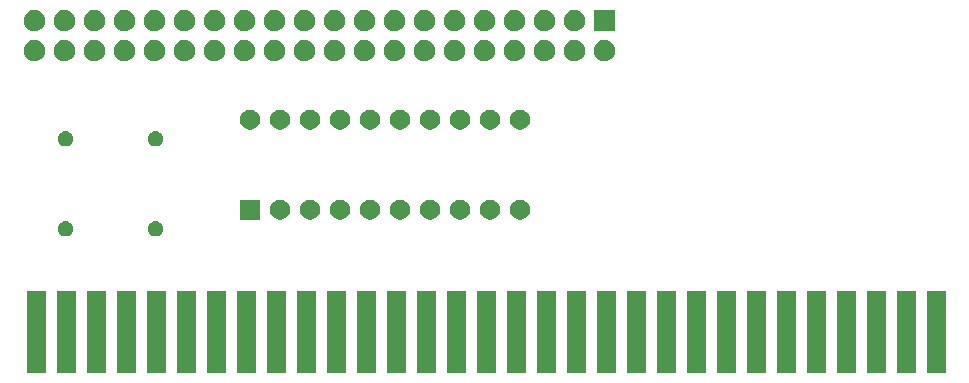
<source format=gbr>
G04 #@! TF.GenerationSoftware,KiCad,Pcbnew,(5.1.5)-3*
G04 #@! TF.CreationDate,2021-09-16T15:53:37+03:00*
G04 #@! TF.ProjectId,ISARPiv2,49534152-5069-4763-922e-6b696361645f,rev?*
G04 #@! TF.SameCoordinates,Original*
G04 #@! TF.FileFunction,Soldermask,Bot*
G04 #@! TF.FilePolarity,Negative*
%FSLAX46Y46*%
G04 Gerber Fmt 4.6, Leading zero omitted, Abs format (unit mm)*
G04 Created by KiCad (PCBNEW (5.1.5)-3) date 2021-09-16 15:53:37*
%MOMM*%
%LPD*%
G04 APERTURE LIST*
%ADD10C,0.100000*%
G04 APERTURE END LIST*
D10*
G36*
X92713000Y-93861000D02*
G01*
X91087000Y-93861000D01*
X91087000Y-86901000D01*
X92713000Y-86901000D01*
X92713000Y-93861000D01*
G37*
G36*
X130813000Y-93861000D02*
G01*
X129187000Y-93861000D01*
X129187000Y-86901000D01*
X130813000Y-86901000D01*
X130813000Y-93861000D01*
G37*
G36*
X168913000Y-93861000D02*
G01*
X167287000Y-93861000D01*
X167287000Y-86901000D01*
X168913000Y-86901000D01*
X168913000Y-93861000D01*
G37*
G36*
X163833000Y-93861000D02*
G01*
X162207000Y-93861000D01*
X162207000Y-86901000D01*
X163833000Y-86901000D01*
X163833000Y-93861000D01*
G37*
G36*
X161293000Y-93861000D02*
G01*
X159667000Y-93861000D01*
X159667000Y-86901000D01*
X161293000Y-86901000D01*
X161293000Y-93861000D01*
G37*
G36*
X158753000Y-93861000D02*
G01*
X157127000Y-93861000D01*
X157127000Y-86901000D01*
X158753000Y-86901000D01*
X158753000Y-93861000D01*
G37*
G36*
X156213000Y-93861000D02*
G01*
X154587000Y-93861000D01*
X154587000Y-86901000D01*
X156213000Y-86901000D01*
X156213000Y-93861000D01*
G37*
G36*
X153673000Y-93861000D02*
G01*
X152047000Y-93861000D01*
X152047000Y-86901000D01*
X153673000Y-86901000D01*
X153673000Y-93861000D01*
G37*
G36*
X151133000Y-93861000D02*
G01*
X149507000Y-93861000D01*
X149507000Y-86901000D01*
X151133000Y-86901000D01*
X151133000Y-93861000D01*
G37*
G36*
X148593000Y-93861000D02*
G01*
X146967000Y-93861000D01*
X146967000Y-86901000D01*
X148593000Y-86901000D01*
X148593000Y-93861000D01*
G37*
G36*
X146053000Y-93861000D02*
G01*
X144427000Y-93861000D01*
X144427000Y-86901000D01*
X146053000Y-86901000D01*
X146053000Y-93861000D01*
G37*
G36*
X143513000Y-93861000D02*
G01*
X141887000Y-93861000D01*
X141887000Y-86901000D01*
X143513000Y-86901000D01*
X143513000Y-93861000D01*
G37*
G36*
X140973000Y-93861000D02*
G01*
X139347000Y-93861000D01*
X139347000Y-86901000D01*
X140973000Y-86901000D01*
X140973000Y-93861000D01*
G37*
G36*
X138433000Y-93861000D02*
G01*
X136807000Y-93861000D01*
X136807000Y-86901000D01*
X138433000Y-86901000D01*
X138433000Y-93861000D01*
G37*
G36*
X135893000Y-93861000D02*
G01*
X134267000Y-93861000D01*
X134267000Y-86901000D01*
X135893000Y-86901000D01*
X135893000Y-93861000D01*
G37*
G36*
X133353000Y-93861000D02*
G01*
X131727000Y-93861000D01*
X131727000Y-86901000D01*
X133353000Y-86901000D01*
X133353000Y-93861000D01*
G37*
G36*
X128273000Y-93861000D02*
G01*
X126647000Y-93861000D01*
X126647000Y-86901000D01*
X128273000Y-86901000D01*
X128273000Y-93861000D01*
G37*
G36*
X166373000Y-93861000D02*
G01*
X164747000Y-93861000D01*
X164747000Y-86901000D01*
X166373000Y-86901000D01*
X166373000Y-93861000D01*
G37*
G36*
X95253000Y-93861000D02*
G01*
X93627000Y-93861000D01*
X93627000Y-86901000D01*
X95253000Y-86901000D01*
X95253000Y-93861000D01*
G37*
G36*
X97793000Y-93861000D02*
G01*
X96167000Y-93861000D01*
X96167000Y-86901000D01*
X97793000Y-86901000D01*
X97793000Y-93861000D01*
G37*
G36*
X100333000Y-93861000D02*
G01*
X98707000Y-93861000D01*
X98707000Y-86901000D01*
X100333000Y-86901000D01*
X100333000Y-93861000D01*
G37*
G36*
X102873000Y-93861000D02*
G01*
X101247000Y-93861000D01*
X101247000Y-86901000D01*
X102873000Y-86901000D01*
X102873000Y-93861000D01*
G37*
G36*
X105413000Y-93861000D02*
G01*
X103787000Y-93861000D01*
X103787000Y-86901000D01*
X105413000Y-86901000D01*
X105413000Y-93861000D01*
G37*
G36*
X107953000Y-93861000D02*
G01*
X106327000Y-93861000D01*
X106327000Y-86901000D01*
X107953000Y-86901000D01*
X107953000Y-93861000D01*
G37*
G36*
X110493000Y-93861000D02*
G01*
X108867000Y-93861000D01*
X108867000Y-86901000D01*
X110493000Y-86901000D01*
X110493000Y-93861000D01*
G37*
G36*
X113033000Y-93861000D02*
G01*
X111407000Y-93861000D01*
X111407000Y-86901000D01*
X113033000Y-86901000D01*
X113033000Y-93861000D01*
G37*
G36*
X115573000Y-93861000D02*
G01*
X113947000Y-93861000D01*
X113947000Y-86901000D01*
X115573000Y-86901000D01*
X115573000Y-93861000D01*
G37*
G36*
X118113000Y-93861000D02*
G01*
X116487000Y-93861000D01*
X116487000Y-86901000D01*
X118113000Y-86901000D01*
X118113000Y-93861000D01*
G37*
G36*
X120653000Y-93861000D02*
G01*
X119027000Y-93861000D01*
X119027000Y-86901000D01*
X120653000Y-86901000D01*
X120653000Y-93861000D01*
G37*
G36*
X123193000Y-93861000D02*
G01*
X121567000Y-93861000D01*
X121567000Y-86901000D01*
X123193000Y-86901000D01*
X123193000Y-93861000D01*
G37*
G36*
X125733000Y-93861000D02*
G01*
X124107000Y-93861000D01*
X124107000Y-86901000D01*
X125733000Y-86901000D01*
X125733000Y-93861000D01*
G37*
G36*
X102191347Y-80989209D02*
G01*
X102310734Y-81038661D01*
X102418173Y-81110449D01*
X102509551Y-81201827D01*
X102581339Y-81309266D01*
X102630791Y-81428653D01*
X102656000Y-81555388D01*
X102656000Y-81684612D01*
X102630791Y-81811347D01*
X102581339Y-81930734D01*
X102509551Y-82038173D01*
X102418173Y-82129551D01*
X102310734Y-82201339D01*
X102191347Y-82250791D01*
X102064612Y-82276000D01*
X101935388Y-82276000D01*
X101808653Y-82250791D01*
X101689266Y-82201339D01*
X101581827Y-82129551D01*
X101490449Y-82038173D01*
X101418661Y-81930734D01*
X101369209Y-81811347D01*
X101344000Y-81684612D01*
X101344000Y-81555388D01*
X101369209Y-81428653D01*
X101418661Y-81309266D01*
X101490449Y-81201827D01*
X101581827Y-81110449D01*
X101689266Y-81038661D01*
X101808653Y-80989209D01*
X101935388Y-80964000D01*
X102064612Y-80964000D01*
X102191347Y-80989209D01*
G37*
G36*
X94571347Y-80989209D02*
G01*
X94690734Y-81038661D01*
X94798173Y-81110449D01*
X94889551Y-81201827D01*
X94961339Y-81309266D01*
X95010791Y-81428653D01*
X95036000Y-81555388D01*
X95036000Y-81684612D01*
X95010791Y-81811347D01*
X94961339Y-81930734D01*
X94889551Y-82038173D01*
X94798173Y-82129551D01*
X94690734Y-82201339D01*
X94571347Y-82250791D01*
X94444612Y-82276000D01*
X94315388Y-82276000D01*
X94188653Y-82250791D01*
X94069266Y-82201339D01*
X93961827Y-82129551D01*
X93870449Y-82038173D01*
X93798661Y-81930734D01*
X93749209Y-81811347D01*
X93724000Y-81684612D01*
X93724000Y-81555388D01*
X93749209Y-81428653D01*
X93798661Y-81309266D01*
X93870449Y-81201827D01*
X93961827Y-81110449D01*
X94069266Y-81038661D01*
X94188653Y-80989209D01*
X94315388Y-80964000D01*
X94444612Y-80964000D01*
X94571347Y-80989209D01*
G37*
G36*
X110851000Y-80851000D02*
G01*
X109149000Y-80851000D01*
X109149000Y-79149000D01*
X110851000Y-79149000D01*
X110851000Y-80851000D01*
G37*
G36*
X133108228Y-79181703D02*
G01*
X133263100Y-79245853D01*
X133402481Y-79338985D01*
X133521015Y-79457519D01*
X133614147Y-79596900D01*
X133678297Y-79751772D01*
X133711000Y-79916184D01*
X133711000Y-80083816D01*
X133678297Y-80248228D01*
X133614147Y-80403100D01*
X133521015Y-80542481D01*
X133402481Y-80661015D01*
X133263100Y-80754147D01*
X133108228Y-80818297D01*
X132943816Y-80851000D01*
X132776184Y-80851000D01*
X132611772Y-80818297D01*
X132456900Y-80754147D01*
X132317519Y-80661015D01*
X132198985Y-80542481D01*
X132105853Y-80403100D01*
X132041703Y-80248228D01*
X132009000Y-80083816D01*
X132009000Y-79916184D01*
X132041703Y-79751772D01*
X132105853Y-79596900D01*
X132198985Y-79457519D01*
X132317519Y-79338985D01*
X132456900Y-79245853D01*
X132611772Y-79181703D01*
X132776184Y-79149000D01*
X132943816Y-79149000D01*
X133108228Y-79181703D01*
G37*
G36*
X130568228Y-79181703D02*
G01*
X130723100Y-79245853D01*
X130862481Y-79338985D01*
X130981015Y-79457519D01*
X131074147Y-79596900D01*
X131138297Y-79751772D01*
X131171000Y-79916184D01*
X131171000Y-80083816D01*
X131138297Y-80248228D01*
X131074147Y-80403100D01*
X130981015Y-80542481D01*
X130862481Y-80661015D01*
X130723100Y-80754147D01*
X130568228Y-80818297D01*
X130403816Y-80851000D01*
X130236184Y-80851000D01*
X130071772Y-80818297D01*
X129916900Y-80754147D01*
X129777519Y-80661015D01*
X129658985Y-80542481D01*
X129565853Y-80403100D01*
X129501703Y-80248228D01*
X129469000Y-80083816D01*
X129469000Y-79916184D01*
X129501703Y-79751772D01*
X129565853Y-79596900D01*
X129658985Y-79457519D01*
X129777519Y-79338985D01*
X129916900Y-79245853D01*
X130071772Y-79181703D01*
X130236184Y-79149000D01*
X130403816Y-79149000D01*
X130568228Y-79181703D01*
G37*
G36*
X128028228Y-79181703D02*
G01*
X128183100Y-79245853D01*
X128322481Y-79338985D01*
X128441015Y-79457519D01*
X128534147Y-79596900D01*
X128598297Y-79751772D01*
X128631000Y-79916184D01*
X128631000Y-80083816D01*
X128598297Y-80248228D01*
X128534147Y-80403100D01*
X128441015Y-80542481D01*
X128322481Y-80661015D01*
X128183100Y-80754147D01*
X128028228Y-80818297D01*
X127863816Y-80851000D01*
X127696184Y-80851000D01*
X127531772Y-80818297D01*
X127376900Y-80754147D01*
X127237519Y-80661015D01*
X127118985Y-80542481D01*
X127025853Y-80403100D01*
X126961703Y-80248228D01*
X126929000Y-80083816D01*
X126929000Y-79916184D01*
X126961703Y-79751772D01*
X127025853Y-79596900D01*
X127118985Y-79457519D01*
X127237519Y-79338985D01*
X127376900Y-79245853D01*
X127531772Y-79181703D01*
X127696184Y-79149000D01*
X127863816Y-79149000D01*
X128028228Y-79181703D01*
G37*
G36*
X125488228Y-79181703D02*
G01*
X125643100Y-79245853D01*
X125782481Y-79338985D01*
X125901015Y-79457519D01*
X125994147Y-79596900D01*
X126058297Y-79751772D01*
X126091000Y-79916184D01*
X126091000Y-80083816D01*
X126058297Y-80248228D01*
X125994147Y-80403100D01*
X125901015Y-80542481D01*
X125782481Y-80661015D01*
X125643100Y-80754147D01*
X125488228Y-80818297D01*
X125323816Y-80851000D01*
X125156184Y-80851000D01*
X124991772Y-80818297D01*
X124836900Y-80754147D01*
X124697519Y-80661015D01*
X124578985Y-80542481D01*
X124485853Y-80403100D01*
X124421703Y-80248228D01*
X124389000Y-80083816D01*
X124389000Y-79916184D01*
X124421703Y-79751772D01*
X124485853Y-79596900D01*
X124578985Y-79457519D01*
X124697519Y-79338985D01*
X124836900Y-79245853D01*
X124991772Y-79181703D01*
X125156184Y-79149000D01*
X125323816Y-79149000D01*
X125488228Y-79181703D01*
G37*
G36*
X122948228Y-79181703D02*
G01*
X123103100Y-79245853D01*
X123242481Y-79338985D01*
X123361015Y-79457519D01*
X123454147Y-79596900D01*
X123518297Y-79751772D01*
X123551000Y-79916184D01*
X123551000Y-80083816D01*
X123518297Y-80248228D01*
X123454147Y-80403100D01*
X123361015Y-80542481D01*
X123242481Y-80661015D01*
X123103100Y-80754147D01*
X122948228Y-80818297D01*
X122783816Y-80851000D01*
X122616184Y-80851000D01*
X122451772Y-80818297D01*
X122296900Y-80754147D01*
X122157519Y-80661015D01*
X122038985Y-80542481D01*
X121945853Y-80403100D01*
X121881703Y-80248228D01*
X121849000Y-80083816D01*
X121849000Y-79916184D01*
X121881703Y-79751772D01*
X121945853Y-79596900D01*
X122038985Y-79457519D01*
X122157519Y-79338985D01*
X122296900Y-79245853D01*
X122451772Y-79181703D01*
X122616184Y-79149000D01*
X122783816Y-79149000D01*
X122948228Y-79181703D01*
G37*
G36*
X120408228Y-79181703D02*
G01*
X120563100Y-79245853D01*
X120702481Y-79338985D01*
X120821015Y-79457519D01*
X120914147Y-79596900D01*
X120978297Y-79751772D01*
X121011000Y-79916184D01*
X121011000Y-80083816D01*
X120978297Y-80248228D01*
X120914147Y-80403100D01*
X120821015Y-80542481D01*
X120702481Y-80661015D01*
X120563100Y-80754147D01*
X120408228Y-80818297D01*
X120243816Y-80851000D01*
X120076184Y-80851000D01*
X119911772Y-80818297D01*
X119756900Y-80754147D01*
X119617519Y-80661015D01*
X119498985Y-80542481D01*
X119405853Y-80403100D01*
X119341703Y-80248228D01*
X119309000Y-80083816D01*
X119309000Y-79916184D01*
X119341703Y-79751772D01*
X119405853Y-79596900D01*
X119498985Y-79457519D01*
X119617519Y-79338985D01*
X119756900Y-79245853D01*
X119911772Y-79181703D01*
X120076184Y-79149000D01*
X120243816Y-79149000D01*
X120408228Y-79181703D01*
G37*
G36*
X117868228Y-79181703D02*
G01*
X118023100Y-79245853D01*
X118162481Y-79338985D01*
X118281015Y-79457519D01*
X118374147Y-79596900D01*
X118438297Y-79751772D01*
X118471000Y-79916184D01*
X118471000Y-80083816D01*
X118438297Y-80248228D01*
X118374147Y-80403100D01*
X118281015Y-80542481D01*
X118162481Y-80661015D01*
X118023100Y-80754147D01*
X117868228Y-80818297D01*
X117703816Y-80851000D01*
X117536184Y-80851000D01*
X117371772Y-80818297D01*
X117216900Y-80754147D01*
X117077519Y-80661015D01*
X116958985Y-80542481D01*
X116865853Y-80403100D01*
X116801703Y-80248228D01*
X116769000Y-80083816D01*
X116769000Y-79916184D01*
X116801703Y-79751772D01*
X116865853Y-79596900D01*
X116958985Y-79457519D01*
X117077519Y-79338985D01*
X117216900Y-79245853D01*
X117371772Y-79181703D01*
X117536184Y-79149000D01*
X117703816Y-79149000D01*
X117868228Y-79181703D01*
G37*
G36*
X115328228Y-79181703D02*
G01*
X115483100Y-79245853D01*
X115622481Y-79338985D01*
X115741015Y-79457519D01*
X115834147Y-79596900D01*
X115898297Y-79751772D01*
X115931000Y-79916184D01*
X115931000Y-80083816D01*
X115898297Y-80248228D01*
X115834147Y-80403100D01*
X115741015Y-80542481D01*
X115622481Y-80661015D01*
X115483100Y-80754147D01*
X115328228Y-80818297D01*
X115163816Y-80851000D01*
X114996184Y-80851000D01*
X114831772Y-80818297D01*
X114676900Y-80754147D01*
X114537519Y-80661015D01*
X114418985Y-80542481D01*
X114325853Y-80403100D01*
X114261703Y-80248228D01*
X114229000Y-80083816D01*
X114229000Y-79916184D01*
X114261703Y-79751772D01*
X114325853Y-79596900D01*
X114418985Y-79457519D01*
X114537519Y-79338985D01*
X114676900Y-79245853D01*
X114831772Y-79181703D01*
X114996184Y-79149000D01*
X115163816Y-79149000D01*
X115328228Y-79181703D01*
G37*
G36*
X112788228Y-79181703D02*
G01*
X112943100Y-79245853D01*
X113082481Y-79338985D01*
X113201015Y-79457519D01*
X113294147Y-79596900D01*
X113358297Y-79751772D01*
X113391000Y-79916184D01*
X113391000Y-80083816D01*
X113358297Y-80248228D01*
X113294147Y-80403100D01*
X113201015Y-80542481D01*
X113082481Y-80661015D01*
X112943100Y-80754147D01*
X112788228Y-80818297D01*
X112623816Y-80851000D01*
X112456184Y-80851000D01*
X112291772Y-80818297D01*
X112136900Y-80754147D01*
X111997519Y-80661015D01*
X111878985Y-80542481D01*
X111785853Y-80403100D01*
X111721703Y-80248228D01*
X111689000Y-80083816D01*
X111689000Y-79916184D01*
X111721703Y-79751772D01*
X111785853Y-79596900D01*
X111878985Y-79457519D01*
X111997519Y-79338985D01*
X112136900Y-79245853D01*
X112291772Y-79181703D01*
X112456184Y-79149000D01*
X112623816Y-79149000D01*
X112788228Y-79181703D01*
G37*
G36*
X94571347Y-73369209D02*
G01*
X94690734Y-73418661D01*
X94798173Y-73490449D01*
X94889551Y-73581827D01*
X94961339Y-73689266D01*
X95010791Y-73808653D01*
X95036000Y-73935388D01*
X95036000Y-74064612D01*
X95010791Y-74191347D01*
X94961339Y-74310734D01*
X94889551Y-74418173D01*
X94798173Y-74509551D01*
X94690734Y-74581339D01*
X94571347Y-74630791D01*
X94444612Y-74656000D01*
X94315388Y-74656000D01*
X94188653Y-74630791D01*
X94069266Y-74581339D01*
X93961827Y-74509551D01*
X93870449Y-74418173D01*
X93798661Y-74310734D01*
X93749209Y-74191347D01*
X93724000Y-74064612D01*
X93724000Y-73935388D01*
X93749209Y-73808653D01*
X93798661Y-73689266D01*
X93870449Y-73581827D01*
X93961827Y-73490449D01*
X94069266Y-73418661D01*
X94188653Y-73369209D01*
X94315388Y-73344000D01*
X94444612Y-73344000D01*
X94571347Y-73369209D01*
G37*
G36*
X102191347Y-73369209D02*
G01*
X102310734Y-73418661D01*
X102418173Y-73490449D01*
X102509551Y-73581827D01*
X102581339Y-73689266D01*
X102630791Y-73808653D01*
X102656000Y-73935388D01*
X102656000Y-74064612D01*
X102630791Y-74191347D01*
X102581339Y-74310734D01*
X102509551Y-74418173D01*
X102418173Y-74509551D01*
X102310734Y-74581339D01*
X102191347Y-74630791D01*
X102064612Y-74656000D01*
X101935388Y-74656000D01*
X101808653Y-74630791D01*
X101689266Y-74581339D01*
X101581827Y-74509551D01*
X101490449Y-74418173D01*
X101418661Y-74310734D01*
X101369209Y-74191347D01*
X101344000Y-74064612D01*
X101344000Y-73935388D01*
X101369209Y-73808653D01*
X101418661Y-73689266D01*
X101490449Y-73581827D01*
X101581827Y-73490449D01*
X101689266Y-73418661D01*
X101808653Y-73369209D01*
X101935388Y-73344000D01*
X102064612Y-73344000D01*
X102191347Y-73369209D01*
G37*
G36*
X112788228Y-71561703D02*
G01*
X112943100Y-71625853D01*
X113082481Y-71718985D01*
X113201015Y-71837519D01*
X113294147Y-71976900D01*
X113358297Y-72131772D01*
X113391000Y-72296184D01*
X113391000Y-72463816D01*
X113358297Y-72628228D01*
X113294147Y-72783100D01*
X113201015Y-72922481D01*
X113082481Y-73041015D01*
X112943100Y-73134147D01*
X112788228Y-73198297D01*
X112623816Y-73231000D01*
X112456184Y-73231000D01*
X112291772Y-73198297D01*
X112136900Y-73134147D01*
X111997519Y-73041015D01*
X111878985Y-72922481D01*
X111785853Y-72783100D01*
X111721703Y-72628228D01*
X111689000Y-72463816D01*
X111689000Y-72296184D01*
X111721703Y-72131772D01*
X111785853Y-71976900D01*
X111878985Y-71837519D01*
X111997519Y-71718985D01*
X112136900Y-71625853D01*
X112291772Y-71561703D01*
X112456184Y-71529000D01*
X112623816Y-71529000D01*
X112788228Y-71561703D01*
G37*
G36*
X117868228Y-71561703D02*
G01*
X118023100Y-71625853D01*
X118162481Y-71718985D01*
X118281015Y-71837519D01*
X118374147Y-71976900D01*
X118438297Y-72131772D01*
X118471000Y-72296184D01*
X118471000Y-72463816D01*
X118438297Y-72628228D01*
X118374147Y-72783100D01*
X118281015Y-72922481D01*
X118162481Y-73041015D01*
X118023100Y-73134147D01*
X117868228Y-73198297D01*
X117703816Y-73231000D01*
X117536184Y-73231000D01*
X117371772Y-73198297D01*
X117216900Y-73134147D01*
X117077519Y-73041015D01*
X116958985Y-72922481D01*
X116865853Y-72783100D01*
X116801703Y-72628228D01*
X116769000Y-72463816D01*
X116769000Y-72296184D01*
X116801703Y-72131772D01*
X116865853Y-71976900D01*
X116958985Y-71837519D01*
X117077519Y-71718985D01*
X117216900Y-71625853D01*
X117371772Y-71561703D01*
X117536184Y-71529000D01*
X117703816Y-71529000D01*
X117868228Y-71561703D01*
G37*
G36*
X128028228Y-71561703D02*
G01*
X128183100Y-71625853D01*
X128322481Y-71718985D01*
X128441015Y-71837519D01*
X128534147Y-71976900D01*
X128598297Y-72131772D01*
X128631000Y-72296184D01*
X128631000Y-72463816D01*
X128598297Y-72628228D01*
X128534147Y-72783100D01*
X128441015Y-72922481D01*
X128322481Y-73041015D01*
X128183100Y-73134147D01*
X128028228Y-73198297D01*
X127863816Y-73231000D01*
X127696184Y-73231000D01*
X127531772Y-73198297D01*
X127376900Y-73134147D01*
X127237519Y-73041015D01*
X127118985Y-72922481D01*
X127025853Y-72783100D01*
X126961703Y-72628228D01*
X126929000Y-72463816D01*
X126929000Y-72296184D01*
X126961703Y-72131772D01*
X127025853Y-71976900D01*
X127118985Y-71837519D01*
X127237519Y-71718985D01*
X127376900Y-71625853D01*
X127531772Y-71561703D01*
X127696184Y-71529000D01*
X127863816Y-71529000D01*
X128028228Y-71561703D01*
G37*
G36*
X110248228Y-71561703D02*
G01*
X110403100Y-71625853D01*
X110542481Y-71718985D01*
X110661015Y-71837519D01*
X110754147Y-71976900D01*
X110818297Y-72131772D01*
X110851000Y-72296184D01*
X110851000Y-72463816D01*
X110818297Y-72628228D01*
X110754147Y-72783100D01*
X110661015Y-72922481D01*
X110542481Y-73041015D01*
X110403100Y-73134147D01*
X110248228Y-73198297D01*
X110083816Y-73231000D01*
X109916184Y-73231000D01*
X109751772Y-73198297D01*
X109596900Y-73134147D01*
X109457519Y-73041015D01*
X109338985Y-72922481D01*
X109245853Y-72783100D01*
X109181703Y-72628228D01*
X109149000Y-72463816D01*
X109149000Y-72296184D01*
X109181703Y-72131772D01*
X109245853Y-71976900D01*
X109338985Y-71837519D01*
X109457519Y-71718985D01*
X109596900Y-71625853D01*
X109751772Y-71561703D01*
X109916184Y-71529000D01*
X110083816Y-71529000D01*
X110248228Y-71561703D01*
G37*
G36*
X115328228Y-71561703D02*
G01*
X115483100Y-71625853D01*
X115622481Y-71718985D01*
X115741015Y-71837519D01*
X115834147Y-71976900D01*
X115898297Y-72131772D01*
X115931000Y-72296184D01*
X115931000Y-72463816D01*
X115898297Y-72628228D01*
X115834147Y-72783100D01*
X115741015Y-72922481D01*
X115622481Y-73041015D01*
X115483100Y-73134147D01*
X115328228Y-73198297D01*
X115163816Y-73231000D01*
X114996184Y-73231000D01*
X114831772Y-73198297D01*
X114676900Y-73134147D01*
X114537519Y-73041015D01*
X114418985Y-72922481D01*
X114325853Y-72783100D01*
X114261703Y-72628228D01*
X114229000Y-72463816D01*
X114229000Y-72296184D01*
X114261703Y-72131772D01*
X114325853Y-71976900D01*
X114418985Y-71837519D01*
X114537519Y-71718985D01*
X114676900Y-71625853D01*
X114831772Y-71561703D01*
X114996184Y-71529000D01*
X115163816Y-71529000D01*
X115328228Y-71561703D01*
G37*
G36*
X122948228Y-71561703D02*
G01*
X123103100Y-71625853D01*
X123242481Y-71718985D01*
X123361015Y-71837519D01*
X123454147Y-71976900D01*
X123518297Y-72131772D01*
X123551000Y-72296184D01*
X123551000Y-72463816D01*
X123518297Y-72628228D01*
X123454147Y-72783100D01*
X123361015Y-72922481D01*
X123242481Y-73041015D01*
X123103100Y-73134147D01*
X122948228Y-73198297D01*
X122783816Y-73231000D01*
X122616184Y-73231000D01*
X122451772Y-73198297D01*
X122296900Y-73134147D01*
X122157519Y-73041015D01*
X122038985Y-72922481D01*
X121945853Y-72783100D01*
X121881703Y-72628228D01*
X121849000Y-72463816D01*
X121849000Y-72296184D01*
X121881703Y-72131772D01*
X121945853Y-71976900D01*
X122038985Y-71837519D01*
X122157519Y-71718985D01*
X122296900Y-71625853D01*
X122451772Y-71561703D01*
X122616184Y-71529000D01*
X122783816Y-71529000D01*
X122948228Y-71561703D01*
G37*
G36*
X125488228Y-71561703D02*
G01*
X125643100Y-71625853D01*
X125782481Y-71718985D01*
X125901015Y-71837519D01*
X125994147Y-71976900D01*
X126058297Y-72131772D01*
X126091000Y-72296184D01*
X126091000Y-72463816D01*
X126058297Y-72628228D01*
X125994147Y-72783100D01*
X125901015Y-72922481D01*
X125782481Y-73041015D01*
X125643100Y-73134147D01*
X125488228Y-73198297D01*
X125323816Y-73231000D01*
X125156184Y-73231000D01*
X124991772Y-73198297D01*
X124836900Y-73134147D01*
X124697519Y-73041015D01*
X124578985Y-72922481D01*
X124485853Y-72783100D01*
X124421703Y-72628228D01*
X124389000Y-72463816D01*
X124389000Y-72296184D01*
X124421703Y-72131772D01*
X124485853Y-71976900D01*
X124578985Y-71837519D01*
X124697519Y-71718985D01*
X124836900Y-71625853D01*
X124991772Y-71561703D01*
X125156184Y-71529000D01*
X125323816Y-71529000D01*
X125488228Y-71561703D01*
G37*
G36*
X130568228Y-71561703D02*
G01*
X130723100Y-71625853D01*
X130862481Y-71718985D01*
X130981015Y-71837519D01*
X131074147Y-71976900D01*
X131138297Y-72131772D01*
X131171000Y-72296184D01*
X131171000Y-72463816D01*
X131138297Y-72628228D01*
X131074147Y-72783100D01*
X130981015Y-72922481D01*
X130862481Y-73041015D01*
X130723100Y-73134147D01*
X130568228Y-73198297D01*
X130403816Y-73231000D01*
X130236184Y-73231000D01*
X130071772Y-73198297D01*
X129916900Y-73134147D01*
X129777519Y-73041015D01*
X129658985Y-72922481D01*
X129565853Y-72783100D01*
X129501703Y-72628228D01*
X129469000Y-72463816D01*
X129469000Y-72296184D01*
X129501703Y-72131772D01*
X129565853Y-71976900D01*
X129658985Y-71837519D01*
X129777519Y-71718985D01*
X129916900Y-71625853D01*
X130071772Y-71561703D01*
X130236184Y-71529000D01*
X130403816Y-71529000D01*
X130568228Y-71561703D01*
G37*
G36*
X133108228Y-71561703D02*
G01*
X133263100Y-71625853D01*
X133402481Y-71718985D01*
X133521015Y-71837519D01*
X133614147Y-71976900D01*
X133678297Y-72131772D01*
X133711000Y-72296184D01*
X133711000Y-72463816D01*
X133678297Y-72628228D01*
X133614147Y-72783100D01*
X133521015Y-72922481D01*
X133402481Y-73041015D01*
X133263100Y-73134147D01*
X133108228Y-73198297D01*
X132943816Y-73231000D01*
X132776184Y-73231000D01*
X132611772Y-73198297D01*
X132456900Y-73134147D01*
X132317519Y-73041015D01*
X132198985Y-72922481D01*
X132105853Y-72783100D01*
X132041703Y-72628228D01*
X132009000Y-72463816D01*
X132009000Y-72296184D01*
X132041703Y-72131772D01*
X132105853Y-71976900D01*
X132198985Y-71837519D01*
X132317519Y-71718985D01*
X132456900Y-71625853D01*
X132611772Y-71561703D01*
X132776184Y-71529000D01*
X132943816Y-71529000D01*
X133108228Y-71561703D01*
G37*
G36*
X120408228Y-71561703D02*
G01*
X120563100Y-71625853D01*
X120702481Y-71718985D01*
X120821015Y-71837519D01*
X120914147Y-71976900D01*
X120978297Y-72131772D01*
X121011000Y-72296184D01*
X121011000Y-72463816D01*
X120978297Y-72628228D01*
X120914147Y-72783100D01*
X120821015Y-72922481D01*
X120702481Y-73041015D01*
X120563100Y-73134147D01*
X120408228Y-73198297D01*
X120243816Y-73231000D01*
X120076184Y-73231000D01*
X119911772Y-73198297D01*
X119756900Y-73134147D01*
X119617519Y-73041015D01*
X119498985Y-72922481D01*
X119405853Y-72783100D01*
X119341703Y-72628228D01*
X119309000Y-72463816D01*
X119309000Y-72296184D01*
X119341703Y-72131772D01*
X119405853Y-71976900D01*
X119498985Y-71837519D01*
X119617519Y-71718985D01*
X119756900Y-71625853D01*
X119911772Y-71561703D01*
X120076184Y-71529000D01*
X120243816Y-71529000D01*
X120408228Y-71561703D01*
G37*
G36*
X102013512Y-65643927D02*
G01*
X102162812Y-65673624D01*
X102326784Y-65741544D01*
X102474354Y-65840147D01*
X102599853Y-65965646D01*
X102698456Y-66113216D01*
X102766376Y-66277188D01*
X102801000Y-66451259D01*
X102801000Y-66628741D01*
X102766376Y-66802812D01*
X102698456Y-66966784D01*
X102599853Y-67114354D01*
X102474354Y-67239853D01*
X102326784Y-67338456D01*
X102162812Y-67406376D01*
X102013512Y-67436073D01*
X101988742Y-67441000D01*
X101811258Y-67441000D01*
X101786488Y-67436073D01*
X101637188Y-67406376D01*
X101473216Y-67338456D01*
X101325646Y-67239853D01*
X101200147Y-67114354D01*
X101101544Y-66966784D01*
X101033624Y-66802812D01*
X100999000Y-66628741D01*
X100999000Y-66451259D01*
X101033624Y-66277188D01*
X101101544Y-66113216D01*
X101200147Y-65965646D01*
X101325646Y-65840147D01*
X101473216Y-65741544D01*
X101637188Y-65673624D01*
X101786488Y-65643927D01*
X101811258Y-65639000D01*
X101988742Y-65639000D01*
X102013512Y-65643927D01*
G37*
G36*
X107093512Y-65643927D02*
G01*
X107242812Y-65673624D01*
X107406784Y-65741544D01*
X107554354Y-65840147D01*
X107679853Y-65965646D01*
X107778456Y-66113216D01*
X107846376Y-66277188D01*
X107881000Y-66451259D01*
X107881000Y-66628741D01*
X107846376Y-66802812D01*
X107778456Y-66966784D01*
X107679853Y-67114354D01*
X107554354Y-67239853D01*
X107406784Y-67338456D01*
X107242812Y-67406376D01*
X107093512Y-67436073D01*
X107068742Y-67441000D01*
X106891258Y-67441000D01*
X106866488Y-67436073D01*
X106717188Y-67406376D01*
X106553216Y-67338456D01*
X106405646Y-67239853D01*
X106280147Y-67114354D01*
X106181544Y-66966784D01*
X106113624Y-66802812D01*
X106079000Y-66628741D01*
X106079000Y-66451259D01*
X106113624Y-66277188D01*
X106181544Y-66113216D01*
X106280147Y-65965646D01*
X106405646Y-65840147D01*
X106553216Y-65741544D01*
X106717188Y-65673624D01*
X106866488Y-65643927D01*
X106891258Y-65639000D01*
X107068742Y-65639000D01*
X107093512Y-65643927D01*
G37*
G36*
X104553512Y-65643927D02*
G01*
X104702812Y-65673624D01*
X104866784Y-65741544D01*
X105014354Y-65840147D01*
X105139853Y-65965646D01*
X105238456Y-66113216D01*
X105306376Y-66277188D01*
X105341000Y-66451259D01*
X105341000Y-66628741D01*
X105306376Y-66802812D01*
X105238456Y-66966784D01*
X105139853Y-67114354D01*
X105014354Y-67239853D01*
X104866784Y-67338456D01*
X104702812Y-67406376D01*
X104553512Y-67436073D01*
X104528742Y-67441000D01*
X104351258Y-67441000D01*
X104326488Y-67436073D01*
X104177188Y-67406376D01*
X104013216Y-67338456D01*
X103865646Y-67239853D01*
X103740147Y-67114354D01*
X103641544Y-66966784D01*
X103573624Y-66802812D01*
X103539000Y-66628741D01*
X103539000Y-66451259D01*
X103573624Y-66277188D01*
X103641544Y-66113216D01*
X103740147Y-65965646D01*
X103865646Y-65840147D01*
X104013216Y-65741544D01*
X104177188Y-65673624D01*
X104326488Y-65643927D01*
X104351258Y-65639000D01*
X104528742Y-65639000D01*
X104553512Y-65643927D01*
G37*
G36*
X91853512Y-65643927D02*
G01*
X92002812Y-65673624D01*
X92166784Y-65741544D01*
X92314354Y-65840147D01*
X92439853Y-65965646D01*
X92538456Y-66113216D01*
X92606376Y-66277188D01*
X92641000Y-66451259D01*
X92641000Y-66628741D01*
X92606376Y-66802812D01*
X92538456Y-66966784D01*
X92439853Y-67114354D01*
X92314354Y-67239853D01*
X92166784Y-67338456D01*
X92002812Y-67406376D01*
X91853512Y-67436073D01*
X91828742Y-67441000D01*
X91651258Y-67441000D01*
X91626488Y-67436073D01*
X91477188Y-67406376D01*
X91313216Y-67338456D01*
X91165646Y-67239853D01*
X91040147Y-67114354D01*
X90941544Y-66966784D01*
X90873624Y-66802812D01*
X90839000Y-66628741D01*
X90839000Y-66451259D01*
X90873624Y-66277188D01*
X90941544Y-66113216D01*
X91040147Y-65965646D01*
X91165646Y-65840147D01*
X91313216Y-65741544D01*
X91477188Y-65673624D01*
X91626488Y-65643927D01*
X91651258Y-65639000D01*
X91828742Y-65639000D01*
X91853512Y-65643927D01*
G37*
G36*
X99473512Y-65643927D02*
G01*
X99622812Y-65673624D01*
X99786784Y-65741544D01*
X99934354Y-65840147D01*
X100059853Y-65965646D01*
X100158456Y-66113216D01*
X100226376Y-66277188D01*
X100261000Y-66451259D01*
X100261000Y-66628741D01*
X100226376Y-66802812D01*
X100158456Y-66966784D01*
X100059853Y-67114354D01*
X99934354Y-67239853D01*
X99786784Y-67338456D01*
X99622812Y-67406376D01*
X99473512Y-67436073D01*
X99448742Y-67441000D01*
X99271258Y-67441000D01*
X99246488Y-67436073D01*
X99097188Y-67406376D01*
X98933216Y-67338456D01*
X98785646Y-67239853D01*
X98660147Y-67114354D01*
X98561544Y-66966784D01*
X98493624Y-66802812D01*
X98459000Y-66628741D01*
X98459000Y-66451259D01*
X98493624Y-66277188D01*
X98561544Y-66113216D01*
X98660147Y-65965646D01*
X98785646Y-65840147D01*
X98933216Y-65741544D01*
X99097188Y-65673624D01*
X99246488Y-65643927D01*
X99271258Y-65639000D01*
X99448742Y-65639000D01*
X99473512Y-65643927D01*
G37*
G36*
X94393512Y-65643927D02*
G01*
X94542812Y-65673624D01*
X94706784Y-65741544D01*
X94854354Y-65840147D01*
X94979853Y-65965646D01*
X95078456Y-66113216D01*
X95146376Y-66277188D01*
X95181000Y-66451259D01*
X95181000Y-66628741D01*
X95146376Y-66802812D01*
X95078456Y-66966784D01*
X94979853Y-67114354D01*
X94854354Y-67239853D01*
X94706784Y-67338456D01*
X94542812Y-67406376D01*
X94393512Y-67436073D01*
X94368742Y-67441000D01*
X94191258Y-67441000D01*
X94166488Y-67436073D01*
X94017188Y-67406376D01*
X93853216Y-67338456D01*
X93705646Y-67239853D01*
X93580147Y-67114354D01*
X93481544Y-66966784D01*
X93413624Y-66802812D01*
X93379000Y-66628741D01*
X93379000Y-66451259D01*
X93413624Y-66277188D01*
X93481544Y-66113216D01*
X93580147Y-65965646D01*
X93705646Y-65840147D01*
X93853216Y-65741544D01*
X94017188Y-65673624D01*
X94166488Y-65643927D01*
X94191258Y-65639000D01*
X94368742Y-65639000D01*
X94393512Y-65643927D01*
G37*
G36*
X96933512Y-65643927D02*
G01*
X97082812Y-65673624D01*
X97246784Y-65741544D01*
X97394354Y-65840147D01*
X97519853Y-65965646D01*
X97618456Y-66113216D01*
X97686376Y-66277188D01*
X97721000Y-66451259D01*
X97721000Y-66628741D01*
X97686376Y-66802812D01*
X97618456Y-66966784D01*
X97519853Y-67114354D01*
X97394354Y-67239853D01*
X97246784Y-67338456D01*
X97082812Y-67406376D01*
X96933512Y-67436073D01*
X96908742Y-67441000D01*
X96731258Y-67441000D01*
X96706488Y-67436073D01*
X96557188Y-67406376D01*
X96393216Y-67338456D01*
X96245646Y-67239853D01*
X96120147Y-67114354D01*
X96021544Y-66966784D01*
X95953624Y-66802812D01*
X95919000Y-66628741D01*
X95919000Y-66451259D01*
X95953624Y-66277188D01*
X96021544Y-66113216D01*
X96120147Y-65965646D01*
X96245646Y-65840147D01*
X96393216Y-65741544D01*
X96557188Y-65673624D01*
X96706488Y-65643927D01*
X96731258Y-65639000D01*
X96908742Y-65639000D01*
X96933512Y-65643927D01*
G37*
G36*
X109633512Y-65643927D02*
G01*
X109782812Y-65673624D01*
X109946784Y-65741544D01*
X110094354Y-65840147D01*
X110219853Y-65965646D01*
X110318456Y-66113216D01*
X110386376Y-66277188D01*
X110421000Y-66451259D01*
X110421000Y-66628741D01*
X110386376Y-66802812D01*
X110318456Y-66966784D01*
X110219853Y-67114354D01*
X110094354Y-67239853D01*
X109946784Y-67338456D01*
X109782812Y-67406376D01*
X109633512Y-67436073D01*
X109608742Y-67441000D01*
X109431258Y-67441000D01*
X109406488Y-67436073D01*
X109257188Y-67406376D01*
X109093216Y-67338456D01*
X108945646Y-67239853D01*
X108820147Y-67114354D01*
X108721544Y-66966784D01*
X108653624Y-66802812D01*
X108619000Y-66628741D01*
X108619000Y-66451259D01*
X108653624Y-66277188D01*
X108721544Y-66113216D01*
X108820147Y-65965646D01*
X108945646Y-65840147D01*
X109093216Y-65741544D01*
X109257188Y-65673624D01*
X109406488Y-65643927D01*
X109431258Y-65639000D01*
X109608742Y-65639000D01*
X109633512Y-65643927D01*
G37*
G36*
X140113512Y-65643927D02*
G01*
X140262812Y-65673624D01*
X140426784Y-65741544D01*
X140574354Y-65840147D01*
X140699853Y-65965646D01*
X140798456Y-66113216D01*
X140866376Y-66277188D01*
X140901000Y-66451259D01*
X140901000Y-66628741D01*
X140866376Y-66802812D01*
X140798456Y-66966784D01*
X140699853Y-67114354D01*
X140574354Y-67239853D01*
X140426784Y-67338456D01*
X140262812Y-67406376D01*
X140113512Y-67436073D01*
X140088742Y-67441000D01*
X139911258Y-67441000D01*
X139886488Y-67436073D01*
X139737188Y-67406376D01*
X139573216Y-67338456D01*
X139425646Y-67239853D01*
X139300147Y-67114354D01*
X139201544Y-66966784D01*
X139133624Y-66802812D01*
X139099000Y-66628741D01*
X139099000Y-66451259D01*
X139133624Y-66277188D01*
X139201544Y-66113216D01*
X139300147Y-65965646D01*
X139425646Y-65840147D01*
X139573216Y-65741544D01*
X139737188Y-65673624D01*
X139886488Y-65643927D01*
X139911258Y-65639000D01*
X140088742Y-65639000D01*
X140113512Y-65643927D01*
G37*
G36*
X114713512Y-65643927D02*
G01*
X114862812Y-65673624D01*
X115026784Y-65741544D01*
X115174354Y-65840147D01*
X115299853Y-65965646D01*
X115398456Y-66113216D01*
X115466376Y-66277188D01*
X115501000Y-66451259D01*
X115501000Y-66628741D01*
X115466376Y-66802812D01*
X115398456Y-66966784D01*
X115299853Y-67114354D01*
X115174354Y-67239853D01*
X115026784Y-67338456D01*
X114862812Y-67406376D01*
X114713512Y-67436073D01*
X114688742Y-67441000D01*
X114511258Y-67441000D01*
X114486488Y-67436073D01*
X114337188Y-67406376D01*
X114173216Y-67338456D01*
X114025646Y-67239853D01*
X113900147Y-67114354D01*
X113801544Y-66966784D01*
X113733624Y-66802812D01*
X113699000Y-66628741D01*
X113699000Y-66451259D01*
X113733624Y-66277188D01*
X113801544Y-66113216D01*
X113900147Y-65965646D01*
X114025646Y-65840147D01*
X114173216Y-65741544D01*
X114337188Y-65673624D01*
X114486488Y-65643927D01*
X114511258Y-65639000D01*
X114688742Y-65639000D01*
X114713512Y-65643927D01*
G37*
G36*
X119793512Y-65643927D02*
G01*
X119942812Y-65673624D01*
X120106784Y-65741544D01*
X120254354Y-65840147D01*
X120379853Y-65965646D01*
X120478456Y-66113216D01*
X120546376Y-66277188D01*
X120581000Y-66451259D01*
X120581000Y-66628741D01*
X120546376Y-66802812D01*
X120478456Y-66966784D01*
X120379853Y-67114354D01*
X120254354Y-67239853D01*
X120106784Y-67338456D01*
X119942812Y-67406376D01*
X119793512Y-67436073D01*
X119768742Y-67441000D01*
X119591258Y-67441000D01*
X119566488Y-67436073D01*
X119417188Y-67406376D01*
X119253216Y-67338456D01*
X119105646Y-67239853D01*
X118980147Y-67114354D01*
X118881544Y-66966784D01*
X118813624Y-66802812D01*
X118779000Y-66628741D01*
X118779000Y-66451259D01*
X118813624Y-66277188D01*
X118881544Y-66113216D01*
X118980147Y-65965646D01*
X119105646Y-65840147D01*
X119253216Y-65741544D01*
X119417188Y-65673624D01*
X119566488Y-65643927D01*
X119591258Y-65639000D01*
X119768742Y-65639000D01*
X119793512Y-65643927D01*
G37*
G36*
X117253512Y-65643927D02*
G01*
X117402812Y-65673624D01*
X117566784Y-65741544D01*
X117714354Y-65840147D01*
X117839853Y-65965646D01*
X117938456Y-66113216D01*
X118006376Y-66277188D01*
X118041000Y-66451259D01*
X118041000Y-66628741D01*
X118006376Y-66802812D01*
X117938456Y-66966784D01*
X117839853Y-67114354D01*
X117714354Y-67239853D01*
X117566784Y-67338456D01*
X117402812Y-67406376D01*
X117253512Y-67436073D01*
X117228742Y-67441000D01*
X117051258Y-67441000D01*
X117026488Y-67436073D01*
X116877188Y-67406376D01*
X116713216Y-67338456D01*
X116565646Y-67239853D01*
X116440147Y-67114354D01*
X116341544Y-66966784D01*
X116273624Y-66802812D01*
X116239000Y-66628741D01*
X116239000Y-66451259D01*
X116273624Y-66277188D01*
X116341544Y-66113216D01*
X116440147Y-65965646D01*
X116565646Y-65840147D01*
X116713216Y-65741544D01*
X116877188Y-65673624D01*
X117026488Y-65643927D01*
X117051258Y-65639000D01*
X117228742Y-65639000D01*
X117253512Y-65643927D01*
G37*
G36*
X137573512Y-65643927D02*
G01*
X137722812Y-65673624D01*
X137886784Y-65741544D01*
X138034354Y-65840147D01*
X138159853Y-65965646D01*
X138258456Y-66113216D01*
X138326376Y-66277188D01*
X138361000Y-66451259D01*
X138361000Y-66628741D01*
X138326376Y-66802812D01*
X138258456Y-66966784D01*
X138159853Y-67114354D01*
X138034354Y-67239853D01*
X137886784Y-67338456D01*
X137722812Y-67406376D01*
X137573512Y-67436073D01*
X137548742Y-67441000D01*
X137371258Y-67441000D01*
X137346488Y-67436073D01*
X137197188Y-67406376D01*
X137033216Y-67338456D01*
X136885646Y-67239853D01*
X136760147Y-67114354D01*
X136661544Y-66966784D01*
X136593624Y-66802812D01*
X136559000Y-66628741D01*
X136559000Y-66451259D01*
X136593624Y-66277188D01*
X136661544Y-66113216D01*
X136760147Y-65965646D01*
X136885646Y-65840147D01*
X137033216Y-65741544D01*
X137197188Y-65673624D01*
X137346488Y-65643927D01*
X137371258Y-65639000D01*
X137548742Y-65639000D01*
X137573512Y-65643927D01*
G37*
G36*
X112173512Y-65643927D02*
G01*
X112322812Y-65673624D01*
X112486784Y-65741544D01*
X112634354Y-65840147D01*
X112759853Y-65965646D01*
X112858456Y-66113216D01*
X112926376Y-66277188D01*
X112961000Y-66451259D01*
X112961000Y-66628741D01*
X112926376Y-66802812D01*
X112858456Y-66966784D01*
X112759853Y-67114354D01*
X112634354Y-67239853D01*
X112486784Y-67338456D01*
X112322812Y-67406376D01*
X112173512Y-67436073D01*
X112148742Y-67441000D01*
X111971258Y-67441000D01*
X111946488Y-67436073D01*
X111797188Y-67406376D01*
X111633216Y-67338456D01*
X111485646Y-67239853D01*
X111360147Y-67114354D01*
X111261544Y-66966784D01*
X111193624Y-66802812D01*
X111159000Y-66628741D01*
X111159000Y-66451259D01*
X111193624Y-66277188D01*
X111261544Y-66113216D01*
X111360147Y-65965646D01*
X111485646Y-65840147D01*
X111633216Y-65741544D01*
X111797188Y-65673624D01*
X111946488Y-65643927D01*
X111971258Y-65639000D01*
X112148742Y-65639000D01*
X112173512Y-65643927D01*
G37*
G36*
X135033512Y-65643927D02*
G01*
X135182812Y-65673624D01*
X135346784Y-65741544D01*
X135494354Y-65840147D01*
X135619853Y-65965646D01*
X135718456Y-66113216D01*
X135786376Y-66277188D01*
X135821000Y-66451259D01*
X135821000Y-66628741D01*
X135786376Y-66802812D01*
X135718456Y-66966784D01*
X135619853Y-67114354D01*
X135494354Y-67239853D01*
X135346784Y-67338456D01*
X135182812Y-67406376D01*
X135033512Y-67436073D01*
X135008742Y-67441000D01*
X134831258Y-67441000D01*
X134806488Y-67436073D01*
X134657188Y-67406376D01*
X134493216Y-67338456D01*
X134345646Y-67239853D01*
X134220147Y-67114354D01*
X134121544Y-66966784D01*
X134053624Y-66802812D01*
X134019000Y-66628741D01*
X134019000Y-66451259D01*
X134053624Y-66277188D01*
X134121544Y-66113216D01*
X134220147Y-65965646D01*
X134345646Y-65840147D01*
X134493216Y-65741544D01*
X134657188Y-65673624D01*
X134806488Y-65643927D01*
X134831258Y-65639000D01*
X135008742Y-65639000D01*
X135033512Y-65643927D01*
G37*
G36*
X132493512Y-65643927D02*
G01*
X132642812Y-65673624D01*
X132806784Y-65741544D01*
X132954354Y-65840147D01*
X133079853Y-65965646D01*
X133178456Y-66113216D01*
X133246376Y-66277188D01*
X133281000Y-66451259D01*
X133281000Y-66628741D01*
X133246376Y-66802812D01*
X133178456Y-66966784D01*
X133079853Y-67114354D01*
X132954354Y-67239853D01*
X132806784Y-67338456D01*
X132642812Y-67406376D01*
X132493512Y-67436073D01*
X132468742Y-67441000D01*
X132291258Y-67441000D01*
X132266488Y-67436073D01*
X132117188Y-67406376D01*
X131953216Y-67338456D01*
X131805646Y-67239853D01*
X131680147Y-67114354D01*
X131581544Y-66966784D01*
X131513624Y-66802812D01*
X131479000Y-66628741D01*
X131479000Y-66451259D01*
X131513624Y-66277188D01*
X131581544Y-66113216D01*
X131680147Y-65965646D01*
X131805646Y-65840147D01*
X131953216Y-65741544D01*
X132117188Y-65673624D01*
X132266488Y-65643927D01*
X132291258Y-65639000D01*
X132468742Y-65639000D01*
X132493512Y-65643927D01*
G37*
G36*
X129953512Y-65643927D02*
G01*
X130102812Y-65673624D01*
X130266784Y-65741544D01*
X130414354Y-65840147D01*
X130539853Y-65965646D01*
X130638456Y-66113216D01*
X130706376Y-66277188D01*
X130741000Y-66451259D01*
X130741000Y-66628741D01*
X130706376Y-66802812D01*
X130638456Y-66966784D01*
X130539853Y-67114354D01*
X130414354Y-67239853D01*
X130266784Y-67338456D01*
X130102812Y-67406376D01*
X129953512Y-67436073D01*
X129928742Y-67441000D01*
X129751258Y-67441000D01*
X129726488Y-67436073D01*
X129577188Y-67406376D01*
X129413216Y-67338456D01*
X129265646Y-67239853D01*
X129140147Y-67114354D01*
X129041544Y-66966784D01*
X128973624Y-66802812D01*
X128939000Y-66628741D01*
X128939000Y-66451259D01*
X128973624Y-66277188D01*
X129041544Y-66113216D01*
X129140147Y-65965646D01*
X129265646Y-65840147D01*
X129413216Y-65741544D01*
X129577188Y-65673624D01*
X129726488Y-65643927D01*
X129751258Y-65639000D01*
X129928742Y-65639000D01*
X129953512Y-65643927D01*
G37*
G36*
X127413512Y-65643927D02*
G01*
X127562812Y-65673624D01*
X127726784Y-65741544D01*
X127874354Y-65840147D01*
X127999853Y-65965646D01*
X128098456Y-66113216D01*
X128166376Y-66277188D01*
X128201000Y-66451259D01*
X128201000Y-66628741D01*
X128166376Y-66802812D01*
X128098456Y-66966784D01*
X127999853Y-67114354D01*
X127874354Y-67239853D01*
X127726784Y-67338456D01*
X127562812Y-67406376D01*
X127413512Y-67436073D01*
X127388742Y-67441000D01*
X127211258Y-67441000D01*
X127186488Y-67436073D01*
X127037188Y-67406376D01*
X126873216Y-67338456D01*
X126725646Y-67239853D01*
X126600147Y-67114354D01*
X126501544Y-66966784D01*
X126433624Y-66802812D01*
X126399000Y-66628741D01*
X126399000Y-66451259D01*
X126433624Y-66277188D01*
X126501544Y-66113216D01*
X126600147Y-65965646D01*
X126725646Y-65840147D01*
X126873216Y-65741544D01*
X127037188Y-65673624D01*
X127186488Y-65643927D01*
X127211258Y-65639000D01*
X127388742Y-65639000D01*
X127413512Y-65643927D01*
G37*
G36*
X124873512Y-65643927D02*
G01*
X125022812Y-65673624D01*
X125186784Y-65741544D01*
X125334354Y-65840147D01*
X125459853Y-65965646D01*
X125558456Y-66113216D01*
X125626376Y-66277188D01*
X125661000Y-66451259D01*
X125661000Y-66628741D01*
X125626376Y-66802812D01*
X125558456Y-66966784D01*
X125459853Y-67114354D01*
X125334354Y-67239853D01*
X125186784Y-67338456D01*
X125022812Y-67406376D01*
X124873512Y-67436073D01*
X124848742Y-67441000D01*
X124671258Y-67441000D01*
X124646488Y-67436073D01*
X124497188Y-67406376D01*
X124333216Y-67338456D01*
X124185646Y-67239853D01*
X124060147Y-67114354D01*
X123961544Y-66966784D01*
X123893624Y-66802812D01*
X123859000Y-66628741D01*
X123859000Y-66451259D01*
X123893624Y-66277188D01*
X123961544Y-66113216D01*
X124060147Y-65965646D01*
X124185646Y-65840147D01*
X124333216Y-65741544D01*
X124497188Y-65673624D01*
X124646488Y-65643927D01*
X124671258Y-65639000D01*
X124848742Y-65639000D01*
X124873512Y-65643927D01*
G37*
G36*
X122333512Y-65643927D02*
G01*
X122482812Y-65673624D01*
X122646784Y-65741544D01*
X122794354Y-65840147D01*
X122919853Y-65965646D01*
X123018456Y-66113216D01*
X123086376Y-66277188D01*
X123121000Y-66451259D01*
X123121000Y-66628741D01*
X123086376Y-66802812D01*
X123018456Y-66966784D01*
X122919853Y-67114354D01*
X122794354Y-67239853D01*
X122646784Y-67338456D01*
X122482812Y-67406376D01*
X122333512Y-67436073D01*
X122308742Y-67441000D01*
X122131258Y-67441000D01*
X122106488Y-67436073D01*
X121957188Y-67406376D01*
X121793216Y-67338456D01*
X121645646Y-67239853D01*
X121520147Y-67114354D01*
X121421544Y-66966784D01*
X121353624Y-66802812D01*
X121319000Y-66628741D01*
X121319000Y-66451259D01*
X121353624Y-66277188D01*
X121421544Y-66113216D01*
X121520147Y-65965646D01*
X121645646Y-65840147D01*
X121793216Y-65741544D01*
X121957188Y-65673624D01*
X122106488Y-65643927D01*
X122131258Y-65639000D01*
X122308742Y-65639000D01*
X122333512Y-65643927D01*
G37*
G36*
X135033512Y-63103927D02*
G01*
X135182812Y-63133624D01*
X135346784Y-63201544D01*
X135494354Y-63300147D01*
X135619853Y-63425646D01*
X135718456Y-63573216D01*
X135786376Y-63737188D01*
X135821000Y-63911259D01*
X135821000Y-64088741D01*
X135786376Y-64262812D01*
X135718456Y-64426784D01*
X135619853Y-64574354D01*
X135494354Y-64699853D01*
X135346784Y-64798456D01*
X135182812Y-64866376D01*
X135033512Y-64896073D01*
X135008742Y-64901000D01*
X134831258Y-64901000D01*
X134806488Y-64896073D01*
X134657188Y-64866376D01*
X134493216Y-64798456D01*
X134345646Y-64699853D01*
X134220147Y-64574354D01*
X134121544Y-64426784D01*
X134053624Y-64262812D01*
X134019000Y-64088741D01*
X134019000Y-63911259D01*
X134053624Y-63737188D01*
X134121544Y-63573216D01*
X134220147Y-63425646D01*
X134345646Y-63300147D01*
X134493216Y-63201544D01*
X134657188Y-63133624D01*
X134806488Y-63103927D01*
X134831258Y-63099000D01*
X135008742Y-63099000D01*
X135033512Y-63103927D01*
G37*
G36*
X129953512Y-63103927D02*
G01*
X130102812Y-63133624D01*
X130266784Y-63201544D01*
X130414354Y-63300147D01*
X130539853Y-63425646D01*
X130638456Y-63573216D01*
X130706376Y-63737188D01*
X130741000Y-63911259D01*
X130741000Y-64088741D01*
X130706376Y-64262812D01*
X130638456Y-64426784D01*
X130539853Y-64574354D01*
X130414354Y-64699853D01*
X130266784Y-64798456D01*
X130102812Y-64866376D01*
X129953512Y-64896073D01*
X129928742Y-64901000D01*
X129751258Y-64901000D01*
X129726488Y-64896073D01*
X129577188Y-64866376D01*
X129413216Y-64798456D01*
X129265646Y-64699853D01*
X129140147Y-64574354D01*
X129041544Y-64426784D01*
X128973624Y-64262812D01*
X128939000Y-64088741D01*
X128939000Y-63911259D01*
X128973624Y-63737188D01*
X129041544Y-63573216D01*
X129140147Y-63425646D01*
X129265646Y-63300147D01*
X129413216Y-63201544D01*
X129577188Y-63133624D01*
X129726488Y-63103927D01*
X129751258Y-63099000D01*
X129928742Y-63099000D01*
X129953512Y-63103927D01*
G37*
G36*
X127413512Y-63103927D02*
G01*
X127562812Y-63133624D01*
X127726784Y-63201544D01*
X127874354Y-63300147D01*
X127999853Y-63425646D01*
X128098456Y-63573216D01*
X128166376Y-63737188D01*
X128201000Y-63911259D01*
X128201000Y-64088741D01*
X128166376Y-64262812D01*
X128098456Y-64426784D01*
X127999853Y-64574354D01*
X127874354Y-64699853D01*
X127726784Y-64798456D01*
X127562812Y-64866376D01*
X127413512Y-64896073D01*
X127388742Y-64901000D01*
X127211258Y-64901000D01*
X127186488Y-64896073D01*
X127037188Y-64866376D01*
X126873216Y-64798456D01*
X126725646Y-64699853D01*
X126600147Y-64574354D01*
X126501544Y-64426784D01*
X126433624Y-64262812D01*
X126399000Y-64088741D01*
X126399000Y-63911259D01*
X126433624Y-63737188D01*
X126501544Y-63573216D01*
X126600147Y-63425646D01*
X126725646Y-63300147D01*
X126873216Y-63201544D01*
X127037188Y-63133624D01*
X127186488Y-63103927D01*
X127211258Y-63099000D01*
X127388742Y-63099000D01*
X127413512Y-63103927D01*
G37*
G36*
X124873512Y-63103927D02*
G01*
X125022812Y-63133624D01*
X125186784Y-63201544D01*
X125334354Y-63300147D01*
X125459853Y-63425646D01*
X125558456Y-63573216D01*
X125626376Y-63737188D01*
X125661000Y-63911259D01*
X125661000Y-64088741D01*
X125626376Y-64262812D01*
X125558456Y-64426784D01*
X125459853Y-64574354D01*
X125334354Y-64699853D01*
X125186784Y-64798456D01*
X125022812Y-64866376D01*
X124873512Y-64896073D01*
X124848742Y-64901000D01*
X124671258Y-64901000D01*
X124646488Y-64896073D01*
X124497188Y-64866376D01*
X124333216Y-64798456D01*
X124185646Y-64699853D01*
X124060147Y-64574354D01*
X123961544Y-64426784D01*
X123893624Y-64262812D01*
X123859000Y-64088741D01*
X123859000Y-63911259D01*
X123893624Y-63737188D01*
X123961544Y-63573216D01*
X124060147Y-63425646D01*
X124185646Y-63300147D01*
X124333216Y-63201544D01*
X124497188Y-63133624D01*
X124646488Y-63103927D01*
X124671258Y-63099000D01*
X124848742Y-63099000D01*
X124873512Y-63103927D01*
G37*
G36*
X122333512Y-63103927D02*
G01*
X122482812Y-63133624D01*
X122646784Y-63201544D01*
X122794354Y-63300147D01*
X122919853Y-63425646D01*
X123018456Y-63573216D01*
X123086376Y-63737188D01*
X123121000Y-63911259D01*
X123121000Y-64088741D01*
X123086376Y-64262812D01*
X123018456Y-64426784D01*
X122919853Y-64574354D01*
X122794354Y-64699853D01*
X122646784Y-64798456D01*
X122482812Y-64866376D01*
X122333512Y-64896073D01*
X122308742Y-64901000D01*
X122131258Y-64901000D01*
X122106488Y-64896073D01*
X121957188Y-64866376D01*
X121793216Y-64798456D01*
X121645646Y-64699853D01*
X121520147Y-64574354D01*
X121421544Y-64426784D01*
X121353624Y-64262812D01*
X121319000Y-64088741D01*
X121319000Y-63911259D01*
X121353624Y-63737188D01*
X121421544Y-63573216D01*
X121520147Y-63425646D01*
X121645646Y-63300147D01*
X121793216Y-63201544D01*
X121957188Y-63133624D01*
X122106488Y-63103927D01*
X122131258Y-63099000D01*
X122308742Y-63099000D01*
X122333512Y-63103927D01*
G37*
G36*
X119793512Y-63103927D02*
G01*
X119942812Y-63133624D01*
X120106784Y-63201544D01*
X120254354Y-63300147D01*
X120379853Y-63425646D01*
X120478456Y-63573216D01*
X120546376Y-63737188D01*
X120581000Y-63911259D01*
X120581000Y-64088741D01*
X120546376Y-64262812D01*
X120478456Y-64426784D01*
X120379853Y-64574354D01*
X120254354Y-64699853D01*
X120106784Y-64798456D01*
X119942812Y-64866376D01*
X119793512Y-64896073D01*
X119768742Y-64901000D01*
X119591258Y-64901000D01*
X119566488Y-64896073D01*
X119417188Y-64866376D01*
X119253216Y-64798456D01*
X119105646Y-64699853D01*
X118980147Y-64574354D01*
X118881544Y-64426784D01*
X118813624Y-64262812D01*
X118779000Y-64088741D01*
X118779000Y-63911259D01*
X118813624Y-63737188D01*
X118881544Y-63573216D01*
X118980147Y-63425646D01*
X119105646Y-63300147D01*
X119253216Y-63201544D01*
X119417188Y-63133624D01*
X119566488Y-63103927D01*
X119591258Y-63099000D01*
X119768742Y-63099000D01*
X119793512Y-63103927D01*
G37*
G36*
X117253512Y-63103927D02*
G01*
X117402812Y-63133624D01*
X117566784Y-63201544D01*
X117714354Y-63300147D01*
X117839853Y-63425646D01*
X117938456Y-63573216D01*
X118006376Y-63737188D01*
X118041000Y-63911259D01*
X118041000Y-64088741D01*
X118006376Y-64262812D01*
X117938456Y-64426784D01*
X117839853Y-64574354D01*
X117714354Y-64699853D01*
X117566784Y-64798456D01*
X117402812Y-64866376D01*
X117253512Y-64896073D01*
X117228742Y-64901000D01*
X117051258Y-64901000D01*
X117026488Y-64896073D01*
X116877188Y-64866376D01*
X116713216Y-64798456D01*
X116565646Y-64699853D01*
X116440147Y-64574354D01*
X116341544Y-64426784D01*
X116273624Y-64262812D01*
X116239000Y-64088741D01*
X116239000Y-63911259D01*
X116273624Y-63737188D01*
X116341544Y-63573216D01*
X116440147Y-63425646D01*
X116565646Y-63300147D01*
X116713216Y-63201544D01*
X116877188Y-63133624D01*
X117026488Y-63103927D01*
X117051258Y-63099000D01*
X117228742Y-63099000D01*
X117253512Y-63103927D01*
G37*
G36*
X114713512Y-63103927D02*
G01*
X114862812Y-63133624D01*
X115026784Y-63201544D01*
X115174354Y-63300147D01*
X115299853Y-63425646D01*
X115398456Y-63573216D01*
X115466376Y-63737188D01*
X115501000Y-63911259D01*
X115501000Y-64088741D01*
X115466376Y-64262812D01*
X115398456Y-64426784D01*
X115299853Y-64574354D01*
X115174354Y-64699853D01*
X115026784Y-64798456D01*
X114862812Y-64866376D01*
X114713512Y-64896073D01*
X114688742Y-64901000D01*
X114511258Y-64901000D01*
X114486488Y-64896073D01*
X114337188Y-64866376D01*
X114173216Y-64798456D01*
X114025646Y-64699853D01*
X113900147Y-64574354D01*
X113801544Y-64426784D01*
X113733624Y-64262812D01*
X113699000Y-64088741D01*
X113699000Y-63911259D01*
X113733624Y-63737188D01*
X113801544Y-63573216D01*
X113900147Y-63425646D01*
X114025646Y-63300147D01*
X114173216Y-63201544D01*
X114337188Y-63133624D01*
X114486488Y-63103927D01*
X114511258Y-63099000D01*
X114688742Y-63099000D01*
X114713512Y-63103927D01*
G37*
G36*
X112173512Y-63103927D02*
G01*
X112322812Y-63133624D01*
X112486784Y-63201544D01*
X112634354Y-63300147D01*
X112759853Y-63425646D01*
X112858456Y-63573216D01*
X112926376Y-63737188D01*
X112961000Y-63911259D01*
X112961000Y-64088741D01*
X112926376Y-64262812D01*
X112858456Y-64426784D01*
X112759853Y-64574354D01*
X112634354Y-64699853D01*
X112486784Y-64798456D01*
X112322812Y-64866376D01*
X112173512Y-64896073D01*
X112148742Y-64901000D01*
X111971258Y-64901000D01*
X111946488Y-64896073D01*
X111797188Y-64866376D01*
X111633216Y-64798456D01*
X111485646Y-64699853D01*
X111360147Y-64574354D01*
X111261544Y-64426784D01*
X111193624Y-64262812D01*
X111159000Y-64088741D01*
X111159000Y-63911259D01*
X111193624Y-63737188D01*
X111261544Y-63573216D01*
X111360147Y-63425646D01*
X111485646Y-63300147D01*
X111633216Y-63201544D01*
X111797188Y-63133624D01*
X111946488Y-63103927D01*
X111971258Y-63099000D01*
X112148742Y-63099000D01*
X112173512Y-63103927D01*
G37*
G36*
X109633512Y-63103927D02*
G01*
X109782812Y-63133624D01*
X109946784Y-63201544D01*
X110094354Y-63300147D01*
X110219853Y-63425646D01*
X110318456Y-63573216D01*
X110386376Y-63737188D01*
X110421000Y-63911259D01*
X110421000Y-64088741D01*
X110386376Y-64262812D01*
X110318456Y-64426784D01*
X110219853Y-64574354D01*
X110094354Y-64699853D01*
X109946784Y-64798456D01*
X109782812Y-64866376D01*
X109633512Y-64896073D01*
X109608742Y-64901000D01*
X109431258Y-64901000D01*
X109406488Y-64896073D01*
X109257188Y-64866376D01*
X109093216Y-64798456D01*
X108945646Y-64699853D01*
X108820147Y-64574354D01*
X108721544Y-64426784D01*
X108653624Y-64262812D01*
X108619000Y-64088741D01*
X108619000Y-63911259D01*
X108653624Y-63737188D01*
X108721544Y-63573216D01*
X108820147Y-63425646D01*
X108945646Y-63300147D01*
X109093216Y-63201544D01*
X109257188Y-63133624D01*
X109406488Y-63103927D01*
X109431258Y-63099000D01*
X109608742Y-63099000D01*
X109633512Y-63103927D01*
G37*
G36*
X107093512Y-63103927D02*
G01*
X107242812Y-63133624D01*
X107406784Y-63201544D01*
X107554354Y-63300147D01*
X107679853Y-63425646D01*
X107778456Y-63573216D01*
X107846376Y-63737188D01*
X107881000Y-63911259D01*
X107881000Y-64088741D01*
X107846376Y-64262812D01*
X107778456Y-64426784D01*
X107679853Y-64574354D01*
X107554354Y-64699853D01*
X107406784Y-64798456D01*
X107242812Y-64866376D01*
X107093512Y-64896073D01*
X107068742Y-64901000D01*
X106891258Y-64901000D01*
X106866488Y-64896073D01*
X106717188Y-64866376D01*
X106553216Y-64798456D01*
X106405646Y-64699853D01*
X106280147Y-64574354D01*
X106181544Y-64426784D01*
X106113624Y-64262812D01*
X106079000Y-64088741D01*
X106079000Y-63911259D01*
X106113624Y-63737188D01*
X106181544Y-63573216D01*
X106280147Y-63425646D01*
X106405646Y-63300147D01*
X106553216Y-63201544D01*
X106717188Y-63133624D01*
X106866488Y-63103927D01*
X106891258Y-63099000D01*
X107068742Y-63099000D01*
X107093512Y-63103927D01*
G37*
G36*
X104553512Y-63103927D02*
G01*
X104702812Y-63133624D01*
X104866784Y-63201544D01*
X105014354Y-63300147D01*
X105139853Y-63425646D01*
X105238456Y-63573216D01*
X105306376Y-63737188D01*
X105341000Y-63911259D01*
X105341000Y-64088741D01*
X105306376Y-64262812D01*
X105238456Y-64426784D01*
X105139853Y-64574354D01*
X105014354Y-64699853D01*
X104866784Y-64798456D01*
X104702812Y-64866376D01*
X104553512Y-64896073D01*
X104528742Y-64901000D01*
X104351258Y-64901000D01*
X104326488Y-64896073D01*
X104177188Y-64866376D01*
X104013216Y-64798456D01*
X103865646Y-64699853D01*
X103740147Y-64574354D01*
X103641544Y-64426784D01*
X103573624Y-64262812D01*
X103539000Y-64088741D01*
X103539000Y-63911259D01*
X103573624Y-63737188D01*
X103641544Y-63573216D01*
X103740147Y-63425646D01*
X103865646Y-63300147D01*
X104013216Y-63201544D01*
X104177188Y-63133624D01*
X104326488Y-63103927D01*
X104351258Y-63099000D01*
X104528742Y-63099000D01*
X104553512Y-63103927D01*
G37*
G36*
X102013512Y-63103927D02*
G01*
X102162812Y-63133624D01*
X102326784Y-63201544D01*
X102474354Y-63300147D01*
X102599853Y-63425646D01*
X102698456Y-63573216D01*
X102766376Y-63737188D01*
X102801000Y-63911259D01*
X102801000Y-64088741D01*
X102766376Y-64262812D01*
X102698456Y-64426784D01*
X102599853Y-64574354D01*
X102474354Y-64699853D01*
X102326784Y-64798456D01*
X102162812Y-64866376D01*
X102013512Y-64896073D01*
X101988742Y-64901000D01*
X101811258Y-64901000D01*
X101786488Y-64896073D01*
X101637188Y-64866376D01*
X101473216Y-64798456D01*
X101325646Y-64699853D01*
X101200147Y-64574354D01*
X101101544Y-64426784D01*
X101033624Y-64262812D01*
X100999000Y-64088741D01*
X100999000Y-63911259D01*
X101033624Y-63737188D01*
X101101544Y-63573216D01*
X101200147Y-63425646D01*
X101325646Y-63300147D01*
X101473216Y-63201544D01*
X101637188Y-63133624D01*
X101786488Y-63103927D01*
X101811258Y-63099000D01*
X101988742Y-63099000D01*
X102013512Y-63103927D01*
G37*
G36*
X132493512Y-63103927D02*
G01*
X132642812Y-63133624D01*
X132806784Y-63201544D01*
X132954354Y-63300147D01*
X133079853Y-63425646D01*
X133178456Y-63573216D01*
X133246376Y-63737188D01*
X133281000Y-63911259D01*
X133281000Y-64088741D01*
X133246376Y-64262812D01*
X133178456Y-64426784D01*
X133079853Y-64574354D01*
X132954354Y-64699853D01*
X132806784Y-64798456D01*
X132642812Y-64866376D01*
X132493512Y-64896073D01*
X132468742Y-64901000D01*
X132291258Y-64901000D01*
X132266488Y-64896073D01*
X132117188Y-64866376D01*
X131953216Y-64798456D01*
X131805646Y-64699853D01*
X131680147Y-64574354D01*
X131581544Y-64426784D01*
X131513624Y-64262812D01*
X131479000Y-64088741D01*
X131479000Y-63911259D01*
X131513624Y-63737188D01*
X131581544Y-63573216D01*
X131680147Y-63425646D01*
X131805646Y-63300147D01*
X131953216Y-63201544D01*
X132117188Y-63133624D01*
X132266488Y-63103927D01*
X132291258Y-63099000D01*
X132468742Y-63099000D01*
X132493512Y-63103927D01*
G37*
G36*
X96933512Y-63103927D02*
G01*
X97082812Y-63133624D01*
X97246784Y-63201544D01*
X97394354Y-63300147D01*
X97519853Y-63425646D01*
X97618456Y-63573216D01*
X97686376Y-63737188D01*
X97721000Y-63911259D01*
X97721000Y-64088741D01*
X97686376Y-64262812D01*
X97618456Y-64426784D01*
X97519853Y-64574354D01*
X97394354Y-64699853D01*
X97246784Y-64798456D01*
X97082812Y-64866376D01*
X96933512Y-64896073D01*
X96908742Y-64901000D01*
X96731258Y-64901000D01*
X96706488Y-64896073D01*
X96557188Y-64866376D01*
X96393216Y-64798456D01*
X96245646Y-64699853D01*
X96120147Y-64574354D01*
X96021544Y-64426784D01*
X95953624Y-64262812D01*
X95919000Y-64088741D01*
X95919000Y-63911259D01*
X95953624Y-63737188D01*
X96021544Y-63573216D01*
X96120147Y-63425646D01*
X96245646Y-63300147D01*
X96393216Y-63201544D01*
X96557188Y-63133624D01*
X96706488Y-63103927D01*
X96731258Y-63099000D01*
X96908742Y-63099000D01*
X96933512Y-63103927D01*
G37*
G36*
X94393512Y-63103927D02*
G01*
X94542812Y-63133624D01*
X94706784Y-63201544D01*
X94854354Y-63300147D01*
X94979853Y-63425646D01*
X95078456Y-63573216D01*
X95146376Y-63737188D01*
X95181000Y-63911259D01*
X95181000Y-64088741D01*
X95146376Y-64262812D01*
X95078456Y-64426784D01*
X94979853Y-64574354D01*
X94854354Y-64699853D01*
X94706784Y-64798456D01*
X94542812Y-64866376D01*
X94393512Y-64896073D01*
X94368742Y-64901000D01*
X94191258Y-64901000D01*
X94166488Y-64896073D01*
X94017188Y-64866376D01*
X93853216Y-64798456D01*
X93705646Y-64699853D01*
X93580147Y-64574354D01*
X93481544Y-64426784D01*
X93413624Y-64262812D01*
X93379000Y-64088741D01*
X93379000Y-63911259D01*
X93413624Y-63737188D01*
X93481544Y-63573216D01*
X93580147Y-63425646D01*
X93705646Y-63300147D01*
X93853216Y-63201544D01*
X94017188Y-63133624D01*
X94166488Y-63103927D01*
X94191258Y-63099000D01*
X94368742Y-63099000D01*
X94393512Y-63103927D01*
G37*
G36*
X91853512Y-63103927D02*
G01*
X92002812Y-63133624D01*
X92166784Y-63201544D01*
X92314354Y-63300147D01*
X92439853Y-63425646D01*
X92538456Y-63573216D01*
X92606376Y-63737188D01*
X92641000Y-63911259D01*
X92641000Y-64088741D01*
X92606376Y-64262812D01*
X92538456Y-64426784D01*
X92439853Y-64574354D01*
X92314354Y-64699853D01*
X92166784Y-64798456D01*
X92002812Y-64866376D01*
X91853512Y-64896073D01*
X91828742Y-64901000D01*
X91651258Y-64901000D01*
X91626488Y-64896073D01*
X91477188Y-64866376D01*
X91313216Y-64798456D01*
X91165646Y-64699853D01*
X91040147Y-64574354D01*
X90941544Y-64426784D01*
X90873624Y-64262812D01*
X90839000Y-64088741D01*
X90839000Y-63911259D01*
X90873624Y-63737188D01*
X90941544Y-63573216D01*
X91040147Y-63425646D01*
X91165646Y-63300147D01*
X91313216Y-63201544D01*
X91477188Y-63133624D01*
X91626488Y-63103927D01*
X91651258Y-63099000D01*
X91828742Y-63099000D01*
X91853512Y-63103927D01*
G37*
G36*
X137573512Y-63103927D02*
G01*
X137722812Y-63133624D01*
X137886784Y-63201544D01*
X138034354Y-63300147D01*
X138159853Y-63425646D01*
X138258456Y-63573216D01*
X138326376Y-63737188D01*
X138361000Y-63911259D01*
X138361000Y-64088741D01*
X138326376Y-64262812D01*
X138258456Y-64426784D01*
X138159853Y-64574354D01*
X138034354Y-64699853D01*
X137886784Y-64798456D01*
X137722812Y-64866376D01*
X137573512Y-64896073D01*
X137548742Y-64901000D01*
X137371258Y-64901000D01*
X137346488Y-64896073D01*
X137197188Y-64866376D01*
X137033216Y-64798456D01*
X136885646Y-64699853D01*
X136760147Y-64574354D01*
X136661544Y-64426784D01*
X136593624Y-64262812D01*
X136559000Y-64088741D01*
X136559000Y-63911259D01*
X136593624Y-63737188D01*
X136661544Y-63573216D01*
X136760147Y-63425646D01*
X136885646Y-63300147D01*
X137033216Y-63201544D01*
X137197188Y-63133624D01*
X137346488Y-63103927D01*
X137371258Y-63099000D01*
X137548742Y-63099000D01*
X137573512Y-63103927D01*
G37*
G36*
X140901000Y-64901000D02*
G01*
X139099000Y-64901000D01*
X139099000Y-63099000D01*
X140901000Y-63099000D01*
X140901000Y-64901000D01*
G37*
G36*
X99473512Y-63103927D02*
G01*
X99622812Y-63133624D01*
X99786784Y-63201544D01*
X99934354Y-63300147D01*
X100059853Y-63425646D01*
X100158456Y-63573216D01*
X100226376Y-63737188D01*
X100261000Y-63911259D01*
X100261000Y-64088741D01*
X100226376Y-64262812D01*
X100158456Y-64426784D01*
X100059853Y-64574354D01*
X99934354Y-64699853D01*
X99786784Y-64798456D01*
X99622812Y-64866376D01*
X99473512Y-64896073D01*
X99448742Y-64901000D01*
X99271258Y-64901000D01*
X99246488Y-64896073D01*
X99097188Y-64866376D01*
X98933216Y-64798456D01*
X98785646Y-64699853D01*
X98660147Y-64574354D01*
X98561544Y-64426784D01*
X98493624Y-64262812D01*
X98459000Y-64088741D01*
X98459000Y-63911259D01*
X98493624Y-63737188D01*
X98561544Y-63573216D01*
X98660147Y-63425646D01*
X98785646Y-63300147D01*
X98933216Y-63201544D01*
X99097188Y-63133624D01*
X99246488Y-63103927D01*
X99271258Y-63099000D01*
X99448742Y-63099000D01*
X99473512Y-63103927D01*
G37*
M02*

</source>
